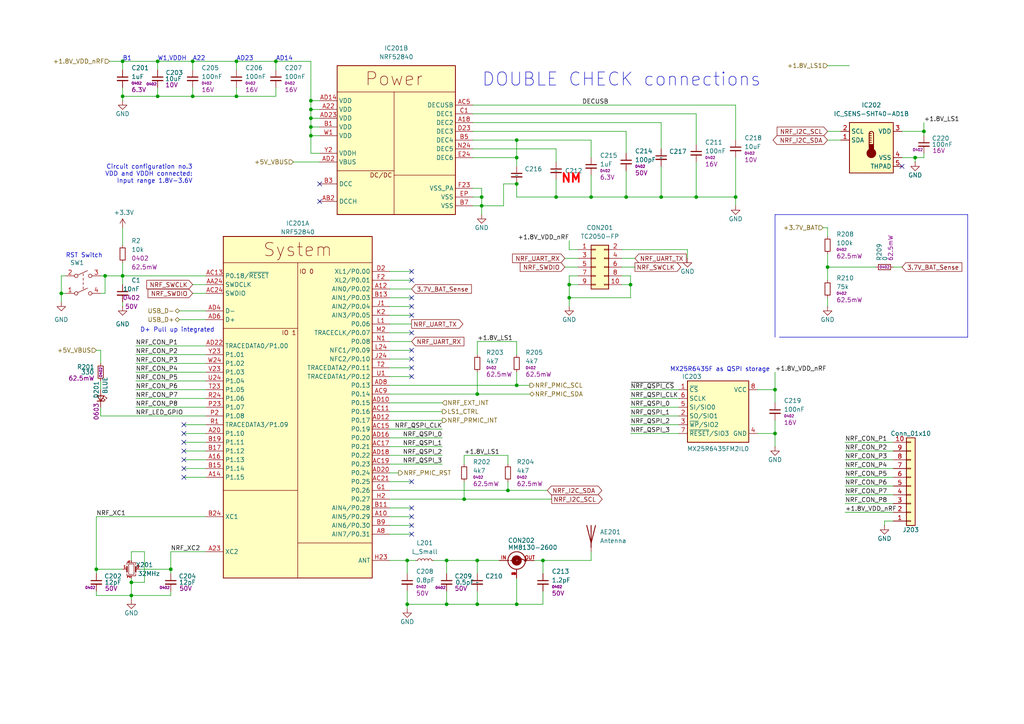
<source format=kicad_sch>
(kicad_sch (version 20231120) (generator "eeschema") (generator_version "8.0")
  (paper "A4")
  (junction (at 35.56 17.78))
  (junction (at 161.29 57.15))
  (junction (at 27.94 165.1))
  (junction (at 35.56 27.94))
  (junction (at 213.36 57.15))
  (junction (at 90.17 31.75))
  (junction (at 90.17 29.21))
  (junction (at 171.45 57.15))
  (junction (at 265.43 45.72))
  (junction (at 139.7 57.15))
  (junction (at 68.58 17.78))
  (junction (at 138.43 162.56))
  (junction (at 147.32 142.24))
  (junction (at 224.79 113.03))
  (junction (at 90.17 34.29))
  (junction (at 129.54 162.56))
  (junction (at 55.88 17.78))
  (junction (at 45.72 17.78))
  (junction (at 38.1 172.72))
  (junction (at 165.1 86.36))
  (junction (at 267.97 38.1))
  (junction (at 118.11 162.56))
  (junction (at 55.88 27.94))
  (junction (at 90.17 36.83))
  (junction (at 68.58 27.94))
  (junction (at 181.61 57.15))
  (junction (at 129.54 175.26))
  (junction (at 90.17 39.37))
  (junction (at 157.48 162.56))
  (junction (at 30.48 80.01))
  (junction (at 149.86 40.64))
  (junction (at 17.78 85.09))
  (junction (at 201.93 57.15))
  (junction (at 118.11 175.26))
  (junction (at 80.01 17.78))
  (junction (at 49.53 165.1))
  (junction (at 138.43 114.3))
  (junction (at 224.79 125.73))
  (junction (at 38.1 168.91))
  (junction (at 139.7 59.69))
  (junction (at 149.86 111.76))
  (junction (at 149.86 53.34))
  (junction (at 149.86 175.26))
  (junction (at 138.43 175.26))
  (junction (at 191.77 57.15))
  (junction (at 134.62 144.78))
  (junction (at 35.56 80.01))
  (junction (at 165.1 82.55))
  (junction (at 149.86 45.72))
  (junction (at 45.72 27.94))
  (junction (at 240.03 77.47))
  (junction (at 182.88 82.55))
  (no_connect (at 119.38 81.28))
  (no_connect (at 261.62 48.26))
  (no_connect (at 119.38 101.6))
  (no_connect (at 53.34 138.43))
  (no_connect (at 119.38 96.52))
  (no_connect (at 119.38 106.68))
  (no_connect (at 119.38 104.14))
  (no_connect (at 119.38 139.7))
  (no_connect (at 53.34 125.73))
  (no_connect (at 119.38 78.74))
  (no_connect (at 119.38 149.86))
  (no_connect (at 53.34 133.35))
  (no_connect (at 119.38 91.44))
  (no_connect (at 92.71 58.42))
  (no_connect (at 119.38 152.4))
  (no_connect (at 119.38 88.9))
  (no_connect (at 53.34 123.19))
  (no_connect (at 53.34 128.27))
  (no_connect (at 119.38 147.32))
  (no_connect (at 53.34 135.89))
  (no_connect (at 53.34 130.81))
  (no_connect (at 119.38 109.22))
  (no_connect (at 119.38 154.94))
  (no_connect (at 119.38 86.36))
  (no_connect (at 92.71 53.34))
  (wire (pts (xy 85.09 46.99) (xy 92.71 46.99)))
  (wire (pts (xy 49.53 160.02) (xy 49.53 165.1)))
  (wire (pts (xy 213.36 57.15) (xy 213.36 59.69)))
  (wire (pts (xy 238.76 66.04) (xy 240.03 66.04)))
  (wire (pts (xy 201.93 57.15) (xy 201.93 46.99)))
  (wire (pts (xy 90.17 36.83) (xy 90.17 39.37)))
  (wire (pts (xy 240.03 77.47) (xy 254 77.47)))
  (polyline (pts (xy 224.79 62.23) (xy 224.79 97.79)))
  (wire (pts (xy 171.45 57.15) (xy 171.45 50.8)))
  (wire (pts (xy 165.1 69.85) (xy 165.1 72.39)))
  (wire (pts (xy 119.38 99.06) (xy 113.03 99.06)))
  (wire (pts (xy 265.43 46.99) (xy 265.43 45.72)))
  (wire (pts (xy 259.08 77.47) (xy 261.62 77.47)))
  (wire (pts (xy 149.86 111.76) (xy 153.67 111.76)))
  (wire (pts (xy 184.15 77.47) (xy 180.34 77.47)))
  (wire (pts (xy 167.64 80.01) (xy 165.1 80.01)))
  (wire (pts (xy 161.29 57.15) (xy 171.45 57.15)))
  (wire (pts (xy 259.08 128.27) (xy 245.11 128.27)))
  (wire (pts (xy 53.34 135.89) (xy 59.69 135.89)))
  (wire (pts (xy 267.97 44.45) (xy 267.97 45.72)))
  (wire (pts (xy 181.61 57.15) (xy 181.61 49.53)))
  (wire (pts (xy 240.03 73.66) (xy 240.03 77.47)))
  (wire (pts (xy 259.08 130.81) (xy 245.11 130.81)))
  (wire (pts (xy 259.08 146.05) (xy 245.11 146.05)))
  (wire (pts (xy 90.17 36.83) (xy 92.71 36.83)))
  (wire (pts (xy 138.43 99.06) (xy 149.86 99.06)))
  (wire (pts (xy 113.03 144.78) (xy 134.62 144.78)))
  (wire (pts (xy 113.03 127) (xy 128.27 127)))
  (wire (pts (xy 259.08 138.43) (xy 245.11 138.43)))
  (wire (pts (xy 137.16 33.02) (xy 201.93 33.02)))
  (wire (pts (xy 45.72 20.32) (xy 45.72 17.78)))
  (wire (pts (xy 182.88 115.57) (xy 196.85 115.57)))
  (wire (pts (xy 161.29 57.15) (xy 161.29 52.07)))
  (wire (pts (xy 17.78 87.63) (xy 17.78 85.09)))
  (wire (pts (xy 129.54 162.56) (xy 125.73 162.56)))
  (wire (pts (xy 68.58 25.4) (xy 68.58 27.94)))
  (wire (pts (xy 184.15 74.93) (xy 180.34 74.93)))
  (wire (pts (xy 149.86 45.72) (xy 149.86 48.26)))
  (wire (pts (xy 154.94 162.56) (xy 157.48 162.56)))
  (wire (pts (xy 53.34 125.73) (xy 59.69 125.73)))
  (wire (pts (xy 113.03 132.08) (xy 128.27 132.08)))
  (wire (pts (xy 80.01 17.78) (xy 90.17 17.78)))
  (wire (pts (xy 129.54 175.26) (xy 138.43 175.26)))
  (wire (pts (xy 55.88 17.78) (xy 55.88 20.32)))
  (wire (pts (xy 134.62 132.08) (xy 147.32 132.08)))
  (wire (pts (xy 199.39 72.39) (xy 199.39 74.93)))
  (wire (pts (xy 38.1 162.56) (xy 38.1 160.02)))
  (wire (pts (xy 240.03 38.1) (xy 243.84 38.1)))
  (wire (pts (xy 259.08 135.89) (xy 245.11 135.89)))
  (wire (pts (xy 30.48 85.09) (xy 29.21 85.09)))
  (wire (pts (xy 240.03 77.47) (xy 240.03 81.28)))
  (wire (pts (xy 182.88 80.01) (xy 182.88 82.55)))
  (wire (pts (xy 35.56 80.01) (xy 35.56 82.55)))
  (wire (pts (xy 40.64 165.1) (xy 49.53 165.1)))
  (wire (pts (xy 256.54 151.13) (xy 259.08 151.13)))
  (wire (pts (xy 191.77 57.15) (xy 191.77 48.26)))
  (wire (pts (xy 182.88 86.36) (xy 182.88 82.55)))
  (wire (pts (xy 115.57 137.16) (xy 113.03 137.16)))
  (wire (pts (xy 240.03 19.05) (xy 246.38 19.05)))
  (wire (pts (xy 137.16 30.48) (xy 213.36 30.48)))
  (wire (pts (xy 138.43 99.06) (xy 138.43 102.87)))
  (wire (pts (xy 68.58 27.94) (xy 80.01 27.94)))
  (wire (pts (xy 35.56 17.78) (xy 45.72 17.78)))
  (wire (pts (xy 39.37 100.33) (xy 59.69 100.33)))
  (wire (pts (xy 113.03 129.54) (xy 128.27 129.54)))
  (wire (pts (xy 38.1 160.02) (xy 41.91 160.02)))
  (wire (pts (xy 191.77 57.15) (xy 181.61 57.15)))
  (wire (pts (xy 138.43 114.3) (xy 153.67 114.3)))
  (wire (pts (xy 59.69 92.71) (xy 52.07 92.71)))
  (wire (pts (xy 29.21 80.01) (xy 30.48 80.01)))
  (wire (pts (xy 17.78 80.01) (xy 17.78 85.09)))
  (wire (pts (xy 120.65 162.56) (xy 118.11 162.56)))
  (wire (pts (xy 137.16 40.64) (xy 149.86 40.64)))
  (wire (pts (xy 53.34 128.27) (xy 59.69 128.27)))
  (wire (pts (xy 149.86 57.15) (xy 149.86 53.34)))
  (wire (pts (xy 119.38 147.32) (xy 113.03 147.32)))
  (wire (pts (xy 165.1 86.36) (xy 165.1 88.9)))
  (wire (pts (xy 27.94 149.86) (xy 59.69 149.86)))
  (wire (pts (xy 171.45 40.64) (xy 171.45 45.72)))
  (wire (pts (xy 157.48 162.56) (xy 157.48 166.37)))
  (wire (pts (xy 267.97 38.1) (xy 261.62 38.1)))
  (wire (pts (xy 138.43 162.56) (xy 129.54 162.56)))
  (wire (pts (xy 31.75 17.78) (xy 35.56 17.78)))
  (wire (pts (xy 265.43 45.72) (xy 261.62 45.72)))
  (wire (pts (xy 149.86 107.95) (xy 149.86 111.76)))
  (polyline (pts (xy 280.67 97.79) (xy 280.67 62.23)))
  (wire (pts (xy 138.43 171.45) (xy 138.43 175.26)))
  (wire (pts (xy 27.94 149.86) (xy 27.94 165.1)))
  (wire (pts (xy 45.72 17.78) (xy 55.88 17.78)))
  (wire (pts (xy 165.1 82.55) (xy 165.1 86.36)))
  (wire (pts (xy 30.48 80.01) (xy 35.56 80.01)))
  (wire (pts (xy 157.48 162.56) (xy 171.45 162.56)))
  (wire (pts (xy 219.71 113.03) (xy 224.79 113.03)))
  (wire (pts (xy 165.1 82.55) (xy 167.64 82.55)))
  (wire (pts (xy 119.38 88.9) (xy 113.03 88.9)))
  (wire (pts (xy 147.32 132.08) (xy 147.32 134.62)))
  (wire (pts (xy 129.54 175.26) (xy 118.11 175.26)))
  (wire (pts (xy 240.03 40.64) (xy 243.84 40.64)))
  (wire (pts (xy 259.08 133.35) (xy 245.11 133.35)))
  (wire (pts (xy 180.34 72.39) (xy 199.39 72.39)))
  (wire (pts (xy 29.21 118.11) (xy 29.21 120.65)))
  (wire (pts (xy 29.21 101.6) (xy 29.21 105.41)))
  (wire (pts (xy 147.32 139.7) (xy 147.32 142.24)))
  (wire (pts (xy 224.79 125.73) (xy 224.79 129.54)))
  (wire (pts (xy 149.86 99.06) (xy 149.86 102.87)))
  (wire (pts (xy 139.7 57.15) (xy 139.7 59.69)))
  (wire (pts (xy 144.78 162.56) (xy 138.43 162.56)))
  (wire (pts (xy 139.7 57.15) (xy 137.16 57.15)))
  (wire (pts (xy 119.38 149.86) (xy 113.03 149.86)))
  (wire (pts (xy 45.72 27.94) (xy 45.72 25.4)))
  (wire (pts (xy 29.21 110.49) (xy 29.21 113.03)))
  (wire (pts (xy 90.17 34.29) (xy 92.71 34.29)))
  (wire (pts (xy 113.03 116.84) (xy 128.27 116.84)))
  (wire (pts (xy 149.86 175.26) (xy 138.43 175.26)))
  (wire (pts (xy 137.16 35.56) (xy 191.77 35.56)))
  (wire (pts (xy 55.88 27.94) (xy 68.58 27.94)))
  (wire (pts (xy 30.48 80.01) (xy 30.48 85.09)))
  (wire (pts (xy 165.1 80.01) (xy 165.1 82.55)))
  (wire (pts (xy 267.97 35.56) (xy 267.97 38.1)))
  (wire (pts (xy 259.08 140.97) (xy 245.11 140.97)))
  (wire (pts (xy 139.7 54.61) (xy 139.7 57.15)))
  (wire (pts (xy 139.7 59.69) (xy 139.7 62.23)))
  (wire (pts (xy 29.21 120.65) (xy 59.69 120.65)))
  (wire (pts (xy 119.38 101.6) (xy 113.03 101.6)))
  (wire (pts (xy 191.77 35.56) (xy 191.77 43.18)))
  (wire (pts (xy 55.88 17.78) (xy 68.58 17.78)))
  (wire (pts (xy 39.37 113.03) (xy 59.69 113.03)))
  (wire (pts (xy 90.17 34.29) (xy 90.17 36.83)))
  (wire (pts (xy 119.38 104.14) (xy 113.03 104.14)))
  (wire (pts (xy 35.56 27.94) (xy 45.72 27.94)))
  (wire (pts (xy 213.36 30.48) (xy 213.36 40.64)))
  (wire (pts (xy 53.34 130.81) (xy 59.69 130.81)))
  (wire (pts (xy 59.69 90.17) (xy 52.07 90.17)))
  (wire (pts (xy 55.88 85.09) (xy 59.69 85.09)))
  (wire (pts (xy 119.38 78.74) (xy 113.03 78.74)))
  (wire (pts (xy 129.54 166.37) (xy 129.54 162.56)))
  (wire (pts (xy 224.79 113.03) (xy 224.79 116.84)))
  (wire (pts (xy 119.38 83.82) (xy 113.03 83.82)))
  (wire (pts (xy 35.56 27.94) (xy 35.56 29.21)))
  (wire (pts (xy 171.45 160.02) (xy 171.45 162.56)))
  (wire (pts (xy 80.01 25.4) (xy 80.01 27.94)))
  (wire (pts (xy 49.53 160.02) (xy 59.69 160.02)))
  (wire (pts (xy 267.97 45.72) (xy 265.43 45.72)))
  (wire (pts (xy 80.01 17.78) (xy 80.01 20.32)))
  (wire (pts (xy 134.62 134.62) (xy 134.62 132.08)))
  (wire (pts (xy 119.38 154.94) (xy 113.03 154.94)))
  (wire (pts (xy 149.86 167.64) (xy 149.86 175.26)))
  (wire (pts (xy 17.78 85.09) (xy 19.05 85.09)))
  (wire (pts (xy 163.83 74.93) (xy 167.64 74.93)))
  (wire (pts (xy 27.94 172.72) (xy 38.1 172.72)))
  (wire (pts (xy 27.94 166.37) (xy 27.94 165.1)))
  (wire (pts (xy 35.56 87.63) (xy 35.56 88.9)))
  (wire (pts (xy 181.61 38.1) (xy 181.61 44.45)))
  (wire (pts (xy 113.03 111.76) (xy 149.86 111.76)))
  (wire (pts (xy 213.36 57.15) (xy 201.93 57.15)))
  (wire (pts (xy 240.03 86.36) (xy 240.03 88.9)))
  (wire (pts (xy 137.16 43.18) (xy 161.29 43.18)))
  (wire (pts (xy 163.83 77.47) (xy 167.64 77.47)))
  (wire (pts (xy 39.37 107.95) (xy 59.69 107.95)))
  (wire (pts (xy 119.38 106.68) (xy 113.03 106.68)))
  (wire (pts (xy 90.17 31.75) (xy 90.17 34.29)))
  (wire (pts (xy 149.86 57.15) (xy 161.29 57.15)))
  (wire (pts (xy 147.32 142.24) (xy 158.75 142.24)))
  (wire (pts (xy 53.34 123.19) (xy 59.69 123.19)))
  (wire (pts (xy 90.17 17.78) (xy 90.17 29.21)))
  (wire (pts (xy 41.91 168.91) (xy 38.1 168.91)))
  (wire (pts (xy 119.38 81.28) (xy 113.03 81.28)))
  (wire (pts (xy 49.53 165.1) (xy 49.53 166.37)))
  (wire (pts (xy 134.62 144.78) (xy 134.62 139.7)))
  (wire (pts (xy 118.11 176.53) (xy 118.11 175.26)))
  (wire (pts (xy 224.79 121.92) (xy 224.79 125.73)))
  (wire (pts (xy 267.97 38.1) (xy 267.97 39.37)))
  (polyline (pts (xy 224.79 62.23) (xy 280.67 62.23)))
  (wire (pts (xy 201.93 57.15) (xy 191.77 57.15)))
  (wire (pts (xy 38.1 168.91) (xy 38.1 167.64)))
  (wire (pts (xy 68.58 17.78) (xy 68.58 20.32)))
  (wire (pts (xy 119.38 96.52) (xy 113.03 96.52)))
  (wire (pts (xy 219.71 125.73) (xy 224.79 125.73)))
  (wire (pts (xy 180.34 80.01) (xy 182.88 80.01)))
  (wire (pts (xy 35.56 17.78) (xy 35.56 20.32)))
  (wire (pts (xy 118.11 162.56) (xy 113.03 162.56)))
  (wire (pts (xy 27.94 171.45) (xy 27.94 172.72)))
  (wire (pts (xy 55.88 82.55) (xy 59.69 82.55)))
  (wire (pts (xy 138.43 114.3) (xy 138.43 107.95)))
  (wire (pts (xy 213.36 45.72) (xy 213.36 57.15)))
  (wire (pts (xy 118.11 171.45) (xy 118.11 175.26)))
  (wire (pts (xy 118.11 166.37) (xy 118.11 162.56)))
  (wire (pts (xy 119.38 86.36) (xy 113.03 86.36)))
  (wire (pts (xy 38.1 172.72) (xy 38.1 168.91)))
  (wire (pts (xy 39.37 105.41) (xy 59.69 105.41)))
  (wire (pts (xy 161.29 43.18) (xy 161.29 46.99)))
  (wire (pts (xy 224.79 107.95) (xy 224.79 113.03)))
  (wire (pts (xy 171.45 57.15) (xy 181.61 57.15)))
  (wire (pts (xy 182.88 120.65) (xy 196.85 120.65)))
  (wire (pts (xy 49.53 172.72) (xy 49.53 171.45)))
  (wire (pts (xy 146.05 59.69) (xy 146.05 53.34)))
  (wire (pts (xy 182.88 123.19) (xy 196.85 123.19)))
  (wire (pts (xy 39.37 115.57) (xy 59.69 115.57)))
  (wire (pts (xy 138.43 166.37) (xy 138.43 162.56)))
  (wire (pts (xy 165.1 86.36) (xy 182.88 86.36)))
  (wire (pts (xy 90.17 39.37) (xy 92.71 39.37)))
  (wire (pts (xy 256.54 152.4) (xy 256.54 151.13)))
  (wire (pts (xy 38.1 173.99) (xy 38.1 172.72)))
  (wire (pts (xy 134.62 144.78) (xy 160.02 144.78)))
  (wire (pts (xy 113.03 134.62) (xy 128.27 134.62)))
  (wire (pts (xy 149.86 40.64) (xy 171.45 40.64)))
  (wire (pts (xy 137.16 45.72) (xy 149.86 45.72)))
  (wire (pts (xy 128.27 121.92) (xy 113.03 121.92)))
  (wire (pts (xy 53.34 133.35) (xy 59.69 133.35)))
  (wire (pts (xy 119.38 139.7) (xy 113.03 139.7)))
  (wire (pts (xy 35.56 25.4) (xy 35.56 27.94)))
  (wire (pts (xy 38.1 172.72) (xy 49.53 172.72)))
  (wire (pts (xy 19.05 80.01) (xy 17.78 80.01)))
  (wire (pts (xy 149.86 175.26) (xy 157.48 175.26)))
  (wire (pts (xy 167.64 72.39) (xy 165.1 72.39)))
  (wire (pts (xy 68.58 17.78) (xy 80.01 17.78)))
  (wire (pts (xy 113.03 114.3) (xy 138.43 114.3)))
  (wire (pts (xy 139.7 54.61) (xy 137.16 54.61)))
  (wire (pts (xy 157.48 171.45) (xy 157.48 175.26)))
  (wire (pts (xy 129.54 171.45) (xy 129.54 175.26)))
  (wire (pts (xy 39.37 102.87) (xy 59.69 102.87)))
  (wire (pts (xy 201.93 33.02) (xy 201.93 41.91)))
  (wire (pts (xy 35.56 80.01) (xy 59.69 80.01)))
  (wire (pts (xy 139.7 59.69) (xy 146.05 59.69)))
  (wire (pts (xy 39.37 110.49) (xy 59.69 110.49)))
  (polyline (pts (xy 226.06 97.79) (xy 280.67 97.79)))
  (wire (pts (xy 55.88 25.4) (xy 55.88 27.94)))
  (wire (pts (xy 92.71 44.45) (xy 90.17 44.45)))
  (wire (pts (xy 182.88 113.03) (xy 196.85 113.03)))
  (wire (pts (xy 27.94 165.1) (xy 35.56 165.1)))
  (wire (pts (xy 113.03 142.24) (xy 147.32 142.24)))
  (wire (pts (xy 180.34 82.55) (xy 182.88 82.55)))
  (wire (pts (xy 90.17 29.21) (xy 90.17 31.75)))
  (wire (pts (xy 35.56 80.01) (xy 35.56 76.2)))
  (wire (pts (xy 146.05 53.34) (xy 149.86 53.34)))
  (wire (pts (xy 240.03 66.04) (xy 240.03 68.58)))
  (wire (pts (xy 90.17 29.21) (xy 92.71 29.21)))
  (wire (pts (xy 53.34 138.43) (xy 59.69 138.43)))
  (wire (pts (xy 128.27 124.46) (xy 113.03 124.46)))
  (wire (pts (xy 41.91 160.02) (xy 41.91 168.91)))
  (wire (pts (xy 39.37 118.11) (xy 59.69 118.11)))
  (wire (pts (xy 182.88 118.11) (xy 196.85 118.11)))
  (wire (pts (xy 137.16 38.1) (xy 181.61 38.1)))
  (wire (pts (xy 35.56 66.04) (xy 35.56 71.12)))
  (wire (pts (xy 245.11 148.59) (xy 259.08 148.59)))
  (wire (pts (xy 259.08 143.51) (xy 245.11 143.51)))
  (wire (pts (xy 119.38 152.4) (xy 113.03 152.4)))
  (wire (pts (xy 119.38 93.98) (xy 113.03 93.98)))
  (wire (pts (xy 113.03 119.38) (xy 128.27 119.38)))
  (wire (pts (xy 119.38 91.44) (xy 113.03 91.44)))
  (wire (pts (xy 119.38 109.22) (xy 113.03 109.22)))
  (wire (pts (xy 182.88 125.73) (xy 196.85 125.73)))
  (wire (pts (xy 27.94 101.6) (xy 29.21 101.6)))
  (wire (pts (xy 90.17 31.75) (xy 92.71 31.75)))
  (wire (pts (xy 45.72 27.94) (xy 55.88 27.94)))
  (wire (pts (xy 149.86 40.64) (xy 149.86 45.72)))
  (wire (pts (xy 137.16 59.69) (xy 139.7 59.69)))
  (wire (pts (xy 90.17 44.45) (xy 90.17 39.37)))
  (text "RST Switch" (at 19.05 74.93 0) (effects (font (size 1.27 1.27)) (justify left bottom)))
  (text "NM" (at 162.56 53.34 0) (effects (font (size 2.54 2.54) (thickness 0.508) (bold yes)) (justify left bottom)))
  (text "AD23" (at 68.58 17.78 0) (effects (font (size 1.27 1.27)) (justify left bottom)))
  (text "Circuit configuration no.3\nVDD and VDDH connected:\nInput range 1.8V-3.6V" (at 55.88 53.34 0) (effects (font (size 1.27 1.27)) (justify right bottom)))
  (text "DOUBLE CHECK connections" (at 139.7 25.4 0) (effects (font (size 3.81 3.81)) (justify left bottom)))
  (text "A22" (at 55.88 17.78 0) (effects (font (size 1.27 1.27)) (justify left bottom)))
  (text "AD14" (at 80.01 17.78 0) (effects (font (size 1.27 1.27)) (justify left bottom)))
  (text "W1,VDDH" (at 45.72 17.78 0) (effects (font (size 1.27 1.27)) (justify left bottom)))
  (text "B1" (at 35.56 17.78 0) (effects (font (size 1.27 1.27)) (justify left bottom)))
  (text "MX25R6435F as QSPI storage\n" (at 194.31 107.95 0) (effects (font (size 1.27 1.27)) (justify left bottom)))
  (text "D+ Pull up integrated" (at 40.64 96.52 0) (effects (font (size 1.27 1.27)) (justify left bottom)))
  (label "NRF_QSPI_1" (at 128.27 129.54 180))
  (label "NRF_CON_P2" (at 39.37 102.87 0))
  (label "NRF_CON_P5" (at 39.37 110.49 0))
  (label "NRF_QSPI_3" (at 182.88 125.73 0))
  (label "+1.8V_LS1" (at 134.62 132.08 0))
  (label "+1.8V_VDD_nRF" (at 245.11 148.59 0))
  (label "+1.8V_LS1" (at 138.43 99.06 0))
  (label "NRF_CON_P4" (at 245.11 135.89 0))
  (label "NRF_LED_GPIO" (at 39.37 120.65 0))
  (label "+1.8V_LS1" (at 267.97 35.56 0))
  (label "NRF_XC2" (at 49.53 160.02 0))
  (label "NRF_CON_P8" (at 245.11 146.05 0))
  (label "NRF_CON_P7" (at 39.37 115.57 0))
  (label "NRF_QSPI_2" (at 128.27 132.08 180))
  (label "NRF_CON_P7" (at 245.11 143.51 0))
  (label "NRF_QSPI_CLK" (at 128.27 124.46 180))
  (label "NRF_CON_P2" (at 245.11 130.81 0))
  (label "NRF_CON_P6" (at 39.37 113.03 0))
  (label "NRF_QSPI_CLK" (at 182.88 115.57 0))
  (label "NRF_QSPI_2" (at 182.88 123.19 0))
  (label "NRF_CON_P8" (at 39.37 118.11 0))
  (label "NRF_CON_P1" (at 39.37 100.33 0))
  (label "NRF_QSPI_3" (at 128.27 134.62 180))
  (label "~{NRF_QSPI_CS}" (at 182.88 113.03 0))
  (label "NRF_CON_P4" (at 39.37 107.95 0))
  (label "+1.8V_VDD_nRF" (at 165.1 69.85 180))
  (label "NRF_CON_P1" (at 245.11 128.27 0))
  (label "NRF_CON_P6" (at 245.11 140.97 0))
  (label "+1.8V_VDD_nRF" (at 224.79 107.95 0))
  (label "NRF_XC1" (at 27.94 149.86 0))
  (label "NRF_CON_P3" (at 245.11 133.35 0))
  (label "NRF_QSPI_0" (at 182.88 118.11 0))
  (label "DECUSB" (at 176.53 30.48 180))
  (label "NRF_CON_P3" (at 39.37 105.41 0))
  (label "NRF_QSPI_1" (at 182.88 120.65 0))
  (label "NRF_CON_P5" (at 245.11 138.43 0))
  (label "NRF_QSPI_0" (at 128.27 127 180))
  (global_label "NRF_UART_TX" (shape output) (at 119.38 93.98 0) (property "Intersheetrefs" "${INTERSHEET_REFS}" (effects (hide yes))))
  (global_label "NRF_SWCLK" (shape input) (at 55.88 82.55 180) (property "Intersheetrefs" "${INTERSHEET_REFS}" (effects (hide yes))))
  (global_label "NRF_I2C_SCL" (shape output) (at 160.02 144.78 0) (property "Intersheetrefs" "${INTERSHEET_REFS}" (effects (hide yes))))
  (global_label "NRF_UART_RX" (shape input) (at 163.83 74.93 180) (property "Intersheetrefs" "${INTERSHEET_REFS}" (effects (hide yes))))
  (global_label "NRF_SWDIO" (shape input) (at 163.83 77.47 180) (property "Intersheetrefs" "${INTERSHEET_REFS}" (effects (hide yes))))
  (global_label "3.7V_BAT_Sense" (shape input) (at 261.62 77.47 0) (property "Intersheetrefs" "${INTERSHEET_REFS}" (effects (hide yes))))
  (global_label "NRF_UART_RX" (shape input) (at 119.38 99.06 0) (property "Intersheetrefs" "${INTERSHEET_REFS}" (effects (hide yes))))
  (global_label "NRF_SWDIO" (shape input) (at 55.88 85.09 180) (property "Intersheetrefs" "${INTERSHEET_REFS}" (effects (hide yes))))
  (global_label "NRF_SWCLK" (shape output) (at 184.15 77.47 0) (property "Intersheetrefs" "${INTERSHEET_REFS}" (effects (hide yes))))
  (global_label "NRF_I2C_SCL" (shape input) (at 240.03 38.1 180) (property "Intersheetrefs" "${INTERSHEET_REFS}" (effects (hide yes))))
  (global_label "NRF_UART_TX" (shape input) (at 184.15 74.93 0) (property "Intersheetrefs" "${INTERSHEET_REFS}" (effects (hide yes))))
  (global_label "NRF_I2C_SDA" (shape bidirectional) (at 158.75 142.24 0) (property "Intersheetrefs" "${INTERSHEET_REFS}" (effects (hide yes))))
  (global_label "NRF_I2C_SDA" (shape bidirectional) (at 240.03 40.64 180) (property "Intersheetrefs" "${INTERSHEET_REFS}" (effects (hide yes))))
  (global_label "3.7V_BAT_Sense" (shape input) (at 119.38 83.82 0) (property "Intersheetrefs" "${INTERSHEET_REFS}" (effects (hide yes))))
  (hierarchical_label "USB_D+" (shape bidirectional) (at 52.07 92.71 180))
  (hierarchical_label "USB_D-" (shape bidirectional) (at 52.07 90.17 180))
  (hierarchical_label "NRF_PMIC_RST" (shape output) (at 115.57 137.16 0))
  (hierarchical_label "NRF_PMIC_SCL" (shape output) (at 153.67 111.76 0))
  (hierarchical_label "+1.8V_LS1" (shape input) (at 240.03 19.05 180))
  (hierarchical_label "NRF_PMIC_SDA" (shape bidirectional) (at 153.67 114.3 0))
  (hierarchical_label "NRF_PRMIC_INT" (shape output) (at 128.27 121.92 0))
  (hierarchical_label "+5V_VBUS" (shape input) (at 27.94 101.6 180))
  (hierarchical_label "LS1_CTRL" (shape output) (at 128.27 119.38 0))
  (hierarchical_label "+1.8V_VDD_nRF" (shape input) (at 31.75 17.78 180))
  (hierarchical_label "+3.7V_BAT" (shape input) (at 238.76 66.04 180))
  (hierarchical_label "NRF_EXT_INT" (shape input) (at 128.27 116.84 0))
  (hierarchical_label "+5V_VBUS" (shape input) (at 85.09 46.99 180))
  (symbol (lib_id "IC_SENS:IC_SENS-SHT40-AD1B") (at 252.73 35.56 0) (unit 1)
    (property "Reference" "IC202" (at 252.73 30.48 0))
    (property "Value" "IC_SENS-SHT40-AD1B" (at 252.73 33.02 0))
    (property "Footprint" "Sensor_Humidity:Sensirion_DFN-4_1.5x1.5mm_P0.8mm_SHT4x_NoCentralPad" (effects (hide yes)))
    (property "Datasheet" "${KICAD_DATASHEET}/Sensirion_SHT4x-3003109.pdf" (effects (hide yes)))
  )
  (symbol (lib_id "CAP:C-100pF-0402-50V-62.5mW-1%") (at 181.61 46.99 0) (unit 1)
    (property "Reference" "C214" (at 184.15 43.8212 0) (effects (justify left)))
    (property "Value" "100pF" (at 184.15 46.3612 0) (effects (justify left)))
    (property "Footprint" "Capacitor_SMD:C_0402_1005Metric" (effects (hide yes)))
    (property "Datasheet" "${KICAD_DATASHEET}/MLCC_FH-Guangdong-Fenghua.pdf" (effects (hide yes)))
    (property "Size" "0402" (at 184.15 48.2663 0) (effects (font (size 0.762 0.762)) (justify left)))
    (property "Voltage" "50V" (at 184.15 50.1712 0) (effects (justify left)))
    (property "LCSC Part #" "C1546" (effects (hide yes)))
  )
  (symbol (lib_id "Device:L_Small") (at 123.19 162.56 270) (mirror x) (unit 1)
    (property "Reference" "L201" (at 123.19 157.48 90))
    (property "Value" "L_Small" (at 123.19 160.02 90))
    (property "Description" "Inductor, small symbol" (effects (hide yes)))
    (instances (project "Sensor_Nodes" (path "" (reference "L201") (unit 1))) (project "MCU" (path "" (reference "L?") (unit 1))))
  )
  (symbol (lib_id "CAP:C-100nF-0402-16V-X7R-10%") (at 55.88 22.86 0) (unit 1)
    (property "Reference" "C205" (at 58.42 19.6912 0) (effects (justify left)))
    (property "Value" "100nF" (at 58.42 22.2312 0) (effects (justify left)))
    (property "Footprint" "Capacitor_SMD:C_0402_1005Metric" (effects (hide yes)))
    (property "Datasheet" "${KICAD_DATASHEET}/MLCC_Samsung-Electro-Mechanics.pdf" (effects (hide yes)))
    (property "Size" "0402" (at 58.42 24.1363 0) (effects (font (size 0.762 0.762)) (justify left)))
    (property "Voltage" "16V" (at 58.42 26.0412 0) (effects (justify left)))
    (property "LCSC Part #" "C1525" (effects (hide yes)))
  )
  (symbol (lib_id "Device:Antenna") (at 171.45 154.94 0) (mirror y) (unit 1)
    (property "Reference" "AE201" (at 173.99 154.3049 0) (effects (justify right)))
    (property "Value" "Antenna" (at 173.99 156.8449 0) (effects (justify right)))
    (property "Description" "Antenna" (effects (hide yes)))
  )
  (symbol (lib_id "power:GND") (at 256.54 152.4 0) (unit 1)
    (property "Reference" "#PWR208" (effects (hide yes)))
    (property "Value" "GND" (at 256.54 156.21 0))
    (property "Description" "Power symbol creates a global label with name \"GND\" , ground" (effects (hide yes)))
  )
  (symbol (lib_id "CAP:C_small") (at 161.29 49.53 0) (mirror y) (unit 1)
    (property "Reference" "C212" (at 163.83 49.5362 0) (effects (justify right)))
    (property "Value" "~" (at 161.29 49.53 0))
    (instances (project "Sensor_Nodes" (path "" (reference "C212") (unit 1))) (project "MCU" (path "" (reference "C?") (unit 1))))
  )
  (symbol (lib_id "SW:SW-GEN-TS-1187A") (at 24.13 80.01 0) (unit 1)
    (property "Reference" "SW1" (at 20.32 76.2 0) (effects (justify left)))
    (property "Value" "SW-GEN-TS-1187A" (effects (hide yes)))
    (property "Footprint" "SW:SW-PUSH-DPST-XKS-TS-1187A" (effects (hide yes)))
    (property "Datasheet" "${KICAD_DATASHEET}/SW_XKB-Connectivity-TS-1187A-B-A-B.pdf" (effects (hide yes)))
    (property "LCSC Part #" "C318884" (effects (hide yes)))
  )
  (symbol (lib_id "power:+5V") (at 35.56 66.04 0) (unit 1)
    (property "Reference" "#PWR03" (effects (hide yes)))
    (property "Value" "+3.3V" (at 35.941 61.6458 0))
    (property "Description" "Power symbol creates a global label with name \"+5V\"" (effects (hide yes)))
  )
  (symbol (lib_id "power:GND") (at 224.79 129.54 0) (unit 1)
    (property "Reference" "#PWR210" (effects (hide yes)))
    (property "Value" "GND" (at 224.79 133.35 0))
    (property "Description" "Power symbol creates a global label with name \"GND\" , ground" (effects (hide yes)))
  )
  (symbol (lib_id "CON:CON-COAX-MM8130-2600") (at 149.86 162.56 0) (unit 1)
    (property "Reference" "CON202" (at 147.32 157.48 0) (effects (justify left bottom)))
    (property "Value" "MM8130-2600" (at 147.32 159.512 0) (effects (justify left bottom)))
    (property "Footprint" "CON:MM8130-2600" (effects (hide yes)))
    (property "Datasheet" "${KICAD_DATASHEET}/Murata-Electronics-MM8130-2600RB8.pdf" (effects (hide yes)))
    (property "LCSC Part #" "C91633" (effects (hide yes)))
  )
  (symbol (lib_id "RES:R-75k-0402-62.5mW-1%") (at 240.03 83.82 0) (unit 1)
    (property "Reference" "R210" (at 242.57 80.6449 0) (effects (justify left)))
    (property "Value" "75k" (at 242.57 83.1849 0) (effects (justify left)))
    (property "Footprint" "Resistor_SMD:R_0402_1005Metric" (effects (hide yes)))
    (property "Datasheet" "${KICAD_DATASHEET}/Resistors_SMD_UNI-ROYAL-Uniroyal-Elec.pdf" (effects (hide yes)))
    (property "Size" "0402" (at 242.57 85.09 0) (effects (font (size 0.762 0.762)) (justify left)))
    (property "Power Rating" "62.5mW" (at 242.57 86.9949 0) (effects (justify left)))
    (property "LCSC Part #" "C25798" (effects (hide yes)))
  )
  (symbol (lib_id "RES:R-4.7k-0402-62.5mW-1%") (at 149.86 105.41 0) (unit 1)
    (property "Reference" "R205" (at 152.4 102.2349 0) (effects (justify left)))
    (property "Value" "4k7" (at 152.4 104.7749 0) (effects (justify left)))
    (property "Footprint" "Resistor_SMD:R_0402_1005Metric" (effects (hide yes)))
    (property "Datasheet" "${KICAD_DATASHEET}/Resistors_SMD_UNI-ROYAL-Uniroyal-Elec.pdf" (effects (hide yes)))
    (property "LCSC Part #" " C25900" (effects (hide yes)))
    (property "Size" "0402" (at 152.4 106.68 0) (effects (font (size 0.762 0.762)) (justify left)))
    (property "Power Rating" "62.5mW" (at 152.4 108.5849 0) (effects (justify left)))
  )
  (symbol (lib_id "CAP:C-0.8pF-0402-62.5mW-1%") (at 118.11 168.91 0) (unit 1)
    (property "Reference" "C208" (at 120.65 165.7412 0) (effects (justify left)))
    (property "Value" "0.8pF" (at 120.65 168.2812 0) (effects (justify left)))
    (property "Footprint" "Capacitor_SMD:C_0402_1005Metric" (effects (hide yes)))
    (property "Datasheet" "${KICAD_DATASHEET}/CAP_YAGEO_General_purpose_class_1_NP0.pdf" (effects (hide yes)))
    (property "Size" "0402" (at 120.65 170.1863 0) (effects (font (size 0.762 0.762)) (justify left)))
    (property "Voltage" "50V" (at 120.65 172.0912 0) (effects (justify left)))
    (property "LCSC Part #" " C327032" (effects (hide yes)))
  )
  (symbol (lib_id "RES:R-4.7k-0402-62.5mW-1%") (at 138.43 105.41 0) (unit 1)
    (property "Reference" "R203" (at 140.97 102.2349 0) (effects (justify left)))
    (property "Value" "4k7" (at 140.97 104.7749 0) (effects (justify left)))
    (property "Footprint" "Resistor_SMD:R_0402_1005Metric" (effects (hide yes)))
    (property "Datasheet" "${KICAD_DATASHEET}/Resistors_SMD_UNI-ROYAL-Uniroyal-Elec.pdf" (effects (hide yes)))
    (property "LCSC Part #" " C25900" (effects (hide yes)))
    (property "Size" "0402" (at 140.97 106.68 0) (effects (font (size 0.762 0.762)) (justify left)))
    (property "Power Rating" "62.5mW" (at 140.97 108.5849 0) (effects (justify left)))
  )
  (symbol (lib_id "power:GND") (at 199.39 74.93 0) (unit 1)
    (property "Reference" "#PWR207" (effects (hide yes)))
    (property "Value" "GND" (at 199.39 78.74 0))
    (property "Description" "Power symbol creates a global label with name \"GND\" , ground" (effects (hide yes)))
  )
  (symbol (lib_id "power:GND") (at 118.11 176.53 0) (mirror y) (unit 1)
    (property "Reference" "#PWR203" (effects (hide yes)))
    (property "Value" "GND" (at 118.11 180.34 0))
    (property "Description" "Power symbol creates a global label with name \"GND\" , ground" (effects (hide yes)))
    (instances (project "Sensor_Nodes" (path "" (reference "#PWR203") (unit 1))) (project "MCU" (path "" (reference "#PWR?") (unit 1))))
  )
  (symbol (lib_id "power:GND") (at 35.56 29.21 0) (unit 1)
    (property "Reference" "#PWR201" (effects (hide yes)))
    (property "Value" "GND" (at 35.56 33.02 0))
    (property "Description" "Power symbol creates a global label with name \"GND\" , ground" (effects (hide yes)))
    (instances (project "Sensor_Nodes" (path "" (reference "#PWR201") (unit 1))) (project "MCU" (path "" (reference "#PWR?") (unit 1))))
  )
  (symbol (lib_id "IC-CPU:NRF52840") (at 86.36 68.58 0) (unit 1)
    (property "Reference" "IC201" (at 86.36 64.77 0))
    (property "Value" "NRF52840" (at 86.36 67.31 0))
    (property "Footprint" "Package_DFN_QFN:Nordic_AQFN-73-1EP_7x7mm_P0.5mm" (effects (hide yes)))
    (property "Datasheet" "${KICAD_DATASHEET}/nRF52840_PS_v1.7.pdf" (effects (hide yes)))
    (property "LCSC Part #" "C190794" (effects (hide yes)))
  )
  (symbol (lib_id "IC-CPU:NRF52840") (at 114.3 19.05 0) (unit 2)
    (property "Reference" "IC201" (at 114.935 13.97 0))
    (property "Value" "NRF52840" (at 114.935 16.51 0))
    (property "Footprint" "Package_DFN_QFN:Nordic_AQFN-73-1EP_7x7mm_P0.5mm" (effects (hide yes)))
    (property "Datasheet" "${KICAD_DATASHEET}/nRF52840_PS_v1.7.pdf" (effects (hide yes)))
    (property "LCSC Part #" "C190794" (effects (hide yes)))
  )
  (symbol (lib_id "power:GND") (at 265.43 46.99 0) (unit 1)
    (property "Reference" "#PWR212" (effects (hide yes)))
    (property "Value" "GND" (at 265.43 50.8 0))
    (property "Description" "Power symbol creates a global label with name \"GND\" , ground" (effects (hide yes)))
  )
  (symbol (lib_id "CAP:C-100nF-0402-16V-X7R-10%") (at 267.97 41.91 0) (unit 1)
    (property "Reference" "C220" (at 270.256 40.132 0) (effects (justify left)))
    (property "Value" "100nF" (at 273.304 41.91 0))
    (property "Footprint" "Capacitor_SMD:C_0402_1005Metric" (effects (hide yes)))
    (property "Datasheet" "${KICAD_DATASHEET}/MLCC_Samsung-Electro-Mechanics.pdf" (effects (hide yes)))
    (property "LCSC Part #" "C1525" (effects (hide yes)))
    (property "Size" "0402" (at 266.192 43.434 0) (effects (font (size 0.762 0.762))))
    (property "Voltage" "16V" (at 272.288 43.688 0))
    (instances (project "Sensor_Nodes" (path "" (reference "C220") (unit 1))) (project "MCU" (path "" (reference "C?") (unit 1))))
  )
  (symbol (lib_id "CAP:C-10uF-0603-10V-X5R-20%") (at 45.72 22.86 0) (unit 1)
    (property "Reference" "C203" (at 48.006 21.082 0) (effects (justify left)))
    (property "Value" "10uF" (at 50.292 22.86 0))
    (property "Footprint" "Capacitor_SMD:C_0603_1608Metric" (effects (hide yes)))
    (property "Datasheet" "${KICAD_DATASHEET}/MLCC_Samsung-Electro-Mechanics.pdf" (effects (hide yes)))
    (property "LCSC Part #" "C96446" (effects (hide yes)))
    (property "Size" "0402" (at 43.942 24.384 0) (effects (font (size 0.762 0.762))))
    (property "Voltage" "10V" (at 49.784 24.638 0))
    (instances (project "Sensor_Nodes" (path "" (reference "C203") (unit 1))) (project "MCU" (path "" (reference "C?") (unit 1))))
  )
  (symbol (lib_id "power:GND") (at 240.03 88.9 0) (unit 1)
    (property "Reference" "#PWR211" (effects (hide yes)))
    (property "Value" "GND" (at 240.03 92.71 0))
    (property "Description" "Power symbol creates a global label with name \"GND\" , ground" (effects (hide yes)))
  )
  (symbol (lib_id "CAP:C_small") (at 191.77 45.72 0) (unit 1)
    (property "Reference" "C217" (at 194.056 43.942 0) (effects (justify left)))
    (property "Value" "~" (at 191.77 45.72 0))
  )
  (symbol (lib_id "CAP:C-10uF-0603-10V-X5R-20%") (at 213.36 43.18 0) (unit 1)
    (property "Reference" "C218" (at 215.9 40.0112 0) (effects (justify left)))
    (property "Value" "10uF" (at 215.9 42.5512 0) (effects (justify left)))
    (property "Footprint" "Capacitor_SMD:C_0603_1608Metric" (effects (hide yes)))
    (property "Datasheet" "${KICAD_DATASHEET}/MLCC_Samsung-Electro-Mechanics.pdf" (effects (hide yes)))
    (property "LCSC Part #" "C96446" (effects (hide yes)))
    (property "Size" "0402" (at 215.9 44.4563 0) (effects (font (size 0.762 0.762)) (justify left)))
    (property "Voltage" "10V" (at 215.9 46.3612 0) (effects (justify left)))
    (instances (project "Sensor_Nodes" (path "" (reference "C218") (unit 1))) (project "MCU" (path "" (reference "C?") (unit 1))))
  )
  (symbol (lib_id "IC-Memory:MX25R6435FM2IL0") (at 208.28 110.49 0) (unit 1)
    (property "Reference" "IC203" (at 200.66 109.22 0))
    (property "Value" "MX25R6435FM2IL0" (at 208.28 130.175 0))
    (property "Footprint" "SO:SOP-8_5.28x5.23mm_P1.27mm" (effects (hide yes)))
    (property "Datasheet" "${KICAD_DATASHEET}/MX25R6435F.pdf" (effects (hide yes)))
    (property "LCSC Part #" "C2802844" (effects (hide yes)))
  )
  (symbol (lib_id "power:GND") (at 165.1 88.9 0) (unit 1)
    (property "Reference" "#PWR205" (effects (hide yes)))
    (property "Value" "GND" (at 165.1 92.71 0))
    (property "Description" "Power symbol creates a global label with name \"GND\" , ground" (effects (hide yes)))
  )
  (symbol (lib_id "CON:TC2050-10P") (at 173.99 77.47 0) (unit 1)
    (property "Reference" "CON201" (at 173.99 66.04 0))
    (property "Value" "TC2050-FP" (at 173.99 68.58 0))
    (property "Footprint" "CON:TAG-CONNECT_TC2050-IDC" (effects (hide yes)))
    (property "Datasheet" "${KICAD_DATASHEET}/TC2050_Datasheet.pdf" (effects (hide yes)))
  )
  (symbol (lib_id "RES:R-100k-0402-62.5mW-1%") (at 240.03 71.12 0) (unit 1)
    (property "Reference" "R208" (at 242.57 67.9449 0) (effects (justify left)))
    (property "Value" "100k" (at 242.57 70.4849 0) (effects (justify left)))
    (property "Footprint" "Resistor_SMD:R_0402_1005Metric" (effects (hide yes)))
    (property "Datasheet" "${KICAD_DATASHEET}/Resistors_SMD_UNI-ROYAL-Uniroyal-Elec.pdf" (effects (hide yes)))
    (property "Size" "0402" (at 242.57 72.39 0) (effects (font (size 0.762 0.762)) (justify left)))
    (property "Power Rating" "62.5mW" (at 242.57 74.2949 0) (effects (justify left)))
    (property "LCSC Part #" "C25741" (effects (hide yes)))
  )
  (symbol (lib_id "RES:R-10k-0402-62.5mW-1%") (at 35.56 73.66 0) (unit 1)
    (property "Reference" "R2" (at 38.1 69.85 0) (effects (justify left)))
    (property "Value" "10k" (at 38.1 72.39 0) (effects (justify left)))
    (property "Footprint" "Resistor_SMD:R_0402_1005Metric" (effects (hide yes)))
    (property "Datasheet" "${KICAD_DATASHEET}/Resistors_SMD_UNI-ROYAL-Uniroyal-Elec.pdf" (effects (hide yes)))
    (property "LCSC Part #" "C25744" (effects (hide yes)))
    (property "Size" "0402" (at 38.1 74.93 0) (effects (justify left)))
    (property "Power Rating" "62.5mW" (at 38.1 77.47 0) (effects (justify left)))
  )
  (symbol (lib_id "CAP:C_small") (at 149.86 50.8 0) (unit 1)
    (property "Reference" "C216" (at 152.146 49.022 0) (effects (justify left)))
    (property "Value" "~" (at 149.86 50.8 0))
  )
  (symbol (lib_id "CAP:C-10nF-0402-50V-X7R-10%") (at 35.56 85.09 0) (unit 1)
    (property "Reference" "C1" (at 38.1 81.2863 0) (effects (justify left)))
    (property "Value" "10nF" (at 38.1 83.8263 0))
    (property "Footprint" "Capacitor_SMD:C_0402_1005Metric" (effects (hide yes)))
    (property "Datasheet" "${KICAD_DATASHEET}/MLCC_Samsung-Electro-Mechanics.pdf" (effects (hide yes)))
    (property "Size" "0402" (at 38.1 86.3663 0))
    (property "Voltage" "50V" (at 38.1 88.9063 0))
    (property "LCSC Part #" "C15195" (effects (hide yes)))
  )
  (symbol (lib_id "D_LED:LED-BLUE-0603-AK") (at 29.21 115.57 90) (unit 1)
    (property "Reference" "D201" (at 27.94 113.03 0))
    (property "Value" "BLUE" (at 30.48 111.76 0))
    (property "Footprint" "Diode_SMD:D_0603_1608Metric" (effects (hide yes)))
    (property "Datasheet" "${KICAD_DATASHEET}/LED_Everlight-Elec.pdf" (effects (hide yes)))
    (property "Size" "0603" (at 27.94 119.38 0))
    (property "LCSC Part #" "C72041" (effects (hide yes)))
  )
  (symbol (lib_id "power:GND") (at 38.1 173.99 0) (unit 1)
    (property "Reference" "#PWR202" (effects (hide yes)))
    (property "Value" "GND" (at 38.1 177.8 0))
    (property "Description" "Power symbol creates a global label with name \"GND\" , ground" (effects (hide yes)))
    (instances (project "Sensor_Nodes" (path "" (reference "#PWR202") (unit 1))) (project "MCU" (path "" (reference "#PWR?") (unit 1))))
  )
  (symbol (lib_id "Connector_Generic:Conn_01x10") (at 264.16 140.97 0) (mirror x) (unit 1)
    (property "Reference" "J203" (at 264.16 153.67 0))
    (property "Value" "Conn_01x10" (at 264.16 125.73 0))
    (property "Description" "Generic connector, single row, 01x10, script generated (kicad-library-utils/schlib/autogen/connector/)" (effects (hide yes)))
  )
  (symbol (lib_id "CAP:C-12pF-0402-50V-C0G-5%") (at 27.94 168.91 0) (unit 1)
    (property "Reference" "C202" (at 30.226 167.132 0) (effects (justify left)))
    (property "Value" "12pF" (at 32.766 168.91 0))
    (property "Footprint" "Capacitor_SMD:C_0402_1005Metric" (effects (hide yes)))
    (property "Datasheet" "${KICAD_DATASHEET}/MLCC_FH-Guangdong-Fenghua.pdf" (effects (hide yes)))
    (property "LCSC Part #" "C1547" (effects (hide yes)))
    (property "Size" "0402" (at 26.162 170.434 0) (effects (font (size 0.762 0.762))))
    (property "Voltage" "50V" (at 32.258 170.688 0))
    (instances (project "Sensor_Nodes" (path "" (reference "C202") (unit 1))) (project "MCU" (path "" (reference "C?") (unit 1))))
  )
  (symbol (lib_id "RES:R-4.7k-0402-62.5mW-1%") (at 134.62 137.16 0) (unit 1)
    (property "Reference" "R202" (at 137.16 133.9849 0) (effects (justify left)))
    (property "Value" "4k7" (at 137.16 136.5249 0) (effects (justify left)))
    (property "Footprint" "Resistor_SMD:R_0402_1005Metric" (effects (hide yes)))
    (property "Datasheet" "${KICAD_DATASHEET}/Resistors_SMD_UNI-ROYAL-Uniroyal-Elec.pdf" (effects (hide yes)))
    (property "LCSC Part #" " C25900" (effects (hide yes)))
    (property "Size" "0402" (at 137.16 138.43 0) (effects (font (size 0.762 0.762)) (justify left)))
    (property "Power Rating" "62.5mW" (at 137.16 140.3349 0) (effects (justify left)))
  )
  (symbol (lib_id "CAP:C-1.2pF-0402-62.5mW-1%") (at 157.48 168.91 0) (unit 1)
    (property "Reference" "C213" (at 160.02 165.7412 0) (effects (justify left)))
    (property "Value" "1.2pF" (at 160.02 168.2812 0) (effects (justify left)))
    (property "Footprint" "Capacitor_SMD:C_0402_1005Metric" (effects (hide yes)))
    (property "Datasheet" "${KICAD_DATASHEET}/MLCC_FH-Guangdong-Fenghua.pdf" (effects (hide yes)))
    (property "Size" "0402" (at 160.02 170.1863 0) (effects (font (size 0.762 0.762)) (justify left)))
    (property "Voltage" "50V" (at 160.02 172.0912 0) (effects (justify left)))
    (property "LCSC Part #q" "C1551" (effects (hide yes)))
  )
  (symbol (lib_id "RES:R-0-0402-62.5mW-1%") (at 256.54 77.47 90) (unit 1)
    (property "Reference" "R209" (at 255.016 75.692 0) (effects (justify left)))
    (property "Value" "0" (at 256.667 75.692 0) (effects (justify left)))
    (property "Footprint" "Resistor_SMD:R_0402_1005Metric" (effects (hide yes)))
    (property "Datasheet" "${KICAD_DATASHEET}/Resistors_SMD_UNI-ROYAL-Uniroyal-Elec.pdf" (effects (hide yes)))
    (property "Size" "0402" (at 258.064 77.47 90) (effects (font (size 0.762 0.762)) (justify left)))
    (property "Power Rating" "62.5mW" (at 258.318 75.692 0) (effects (justify left)))
    (property "LCSC Part #" "C17168" (effects (hide yes)))
  )
  (symbol (lib_id "RES:R-330-0402-62.5mW-1%") (at 29.21 107.95 0) (mirror y) (unit 1)
    (property "Reference" "R201" (at 27.432 106.426 0) (effects (justify left)))
    (property "Value" "330" (at 25.4 107.95 0))
    (property "Footprint" "Resistor_SMD:R_0402_1005Metric" (effects (hide yes)))
    (property "Datasheet" "${KICAD_DATASHEET}/Resistors_SMD_UNI-ROYAL-Uniroyal-Elec.pdf" (effects (hide yes)))
    (property "Size" "0402" (at 29.21 107.95 90) (effects (font (size 0.762 0.762))))
    (property "Power Rating" "62.5mW" (at 23.622 109.728 0))
    (property "LCSC Part #" "C25104" (effects (hide yes)))
  )
  (symbol (lib_id "power:GND") (at 17.78 87.63 0) (unit 1)
    (property "Reference" "#PWR02" (effects (hide yes)))
    (property "Value" "GND" (at 17.78 92.71 0))
    (property "Description" "Power symbol creates a global label with name \"GND\" , ground" (effects (hide yes)))
  )
  (symbol (lib_id "OSC:XTAL-32MHz-3225-20pF") (at 38.1 165.1 0) (unit 1)
    (property "Reference" "X201" (at 41.91 163.83 0))
    (property "Value" "32MHz" (at 43.18 166.37 0))
    (property "Footprint" "Crystal:Crystal_SMD_3225-4Pin_3.2x2.5mm" (effects (hide yes)))
    (property "Datasheet" "${KICAD_DATASHEET}/XTAL_32MHz_Shenzhen-SCTF-Elec.pdf" (effects (hide yes)))
    (property "Size" "3225" (effects (hide yes)))
    (property "LCSC Part #" "C2901708" (effects (hide yes)))
  )
  (symbol (lib_id "CAP:C-1uF-0402-6.3V-X5R-20%") (at 35.56 22.86 0) (unit 1)
    (property "Reference" "C201" (at 38.1 19.6912 0) (effects (justify left)))
    (property "Value" "1uF" (at 38.1 22.2312 0) (effects (justify left)))
    (property "Footprint" "Capacitor_SMD:C_0402_1005Metric" (effects (hide yes)))
    (property "Datasheet" "${KICAD_DATASHEET}/MLCC_Samsung-Electro-Mechanics.pdf" (effects (hide yes)))
    (property "Size" "0402" (at 38.1 24.1363 0) (effects (font (size 0.762 0.762)) (justify left)))
    (property "Voltage" "6.3V" (at 38.1 26.0412 0) (effects (justify left)))
    (property "LCSC Part #" "C15525" (effects (hide yes)))
  )
  (symbol (lib_id "CAP:C-100nF-0402-16V-X7R-10%") (at 68.58 22.86 0) (unit 1)
    (property "Reference" "C206" (at 71.12 19.6912 0) (effects (justify left)))
    (property "Value" "100nF" (at 71.12 22.2312 0) (effects (justify left)))
    (property "Footprint" "Capacitor_SMD:C_0402_1005Metric" (effects (hide yes)))
    (property "Datasheet" "${KICAD_DATASHEET}/MLCC_Samsung-Electro-Mechanics.pdf" (effects (hide yes)))
    (property "Size" "0402" (at 71.12 24.1363 0) (effects (font (size 0.762 0.762)) (justify left)))
    (property "Voltage" "16V" (at 71.12 26.0412 0) (effects (justify left)))
    (property "LCSC Part #" "C1525" (effects (hide yes)))
  )
  (symbol (lib_id "RES:R-4.7k-0402-62.5mW-1%") (at 147.32 137.16 0) (unit 1)
    (property "Reference" "R204" (at 149.86 133.9849 0) (effects (justify left)))
    (property "Value" "4k7" (at 149.86 136.5249 0) (effects (justify left)))
    (property "Footprint" "Resistor_SMD:R_0402_1005Metric" (effects (hide yes)))
    (property "Datasheet" "${KICAD_DATASHEET}/Resistors_SMD_UNI-ROYAL-Uniroyal-Elec.pdf" (effects (hide yes)))
    (property "LCSC Part #" " C25900" (effects (hide yes)))
    (property "Size" "0402" (at 149.86 138.43 0) (effects (font (size 0.762 0.762)) (justify left)))
    (property "Power Rating" "62.5mW" (at 149.86 140.3349 0) (effects (justify left)))
  )
  (symbol (lib_id "CAP:C-1uF-0402-6.3V-X5R-20%") (at 171.45 48.26 0) (unit 1)
    (property "Reference" "C215" (at 173.99 45.0912 0) (effects (justify left)))
    (property "Value" "1uF" (at 173.99 47.6312 0) (effects (justify left)))
    (property "Footprint" "Capacitor_SMD:C_0402_1005Metric" (effects (hide yes)))
    (property "Datasheet" "${KICAD_DATASHEET}/MLCC_Samsung-Electro-Mechanics.pdf" (effects (hide yes)))
    (property "Size" "0402" (at 173.99 49.5363 0) (effects (font (size 0.762 0.762)) (justify left)))
    (property "Voltage" "6.3V" (at 173.99 51.4412 0) (effects (justify left)))
    (property "LCSC Part #" "C15525" (effects (hide yes)))
  )
  (symbol (lib_id "CAP:C-100nF-0402-16V-X7R-10%") (at 80.01 22.86 0) (unit 1)
    (property "Reference" "C207" (at 82.55 19.6912 0) (effects (justify left)))
    (property "Value" "100nF" (at 82.55 22.2312 0) (effects (justify left)))
    (property "Footprint" "Capacitor_SMD:C_0402_1005Metric" (effects (hide yes)))
    (property "Datasheet" "${KICAD_DATASHEET}/MLCC_Samsung-Electro-Mechanics.pdf" (effects (hide yes)))
    (property "Size" "0402" (at 82.55 24.1363 0) (effects (font (size 0.762 0.762)) (justify left)))
    (property "Voltage" "16V" (at 82.55 26.0412 0) (effects (justify left)))
    (property "LCSC Part #" "C1525" (effects (hide yes)))
  )
  (symbol (lib_id "CAP:C_small") (at 138.43 168.91 0) (unit 1)
    (property "Reference" "C210" (at 140.716 167.132 0) (effects (justify left)))
    (property "Value" "~" (at 138.43 168.91 0))
    (instances (project "Sensor_Nodes" (path "" (reference "C210") (unit 1))) (project "MCU" (path "" (reference "C?") (unit 1))))
  )
  (symbol (lib_id "power:GND") (at 139.7 62.23 0) (unit 1)
    (property "Reference" "#PWR204" (effects (hide yes)))
    (property "Value" "GND" (at 139.7 66.04 0))
    (property "Description" "Power symbol creates a global label with name \"GND\" , ground" (effects (hide yes)))
  )
  (symbol (lib_id "CAP:C-12pF-0402-50V-C0G-5%") (at 49.53 168.91 0) (unit 1)
    (property "Reference" "C204" (at 51.816 167.132 0) (effects (justify left)))
    (property "Value" "12pF" (at 54.356 168.91 0))
    (property "Footprint" "Capacitor_SMD:C_0402_1005Metric" (effects (hide yes)))
    (property "Datasheet" "${KICAD_DATASHEET}/MLCC_FH-Guangdong-Fenghua.pdf" (effects (hide yes)))
    (property "LCSC Part #" "C1547" (effects (hide yes)))
    (property "Size" "0402" (at 47.752 170.434 0) (effects (font (size 0.762 0.762))))
    (property "Voltage" "50V" (at 53.848 170.688 0))
    (instances (project "Sensor_Nodes" (path "" (reference "C204") (unit 1))) (project "MCU" (path "" (reference "C?") (unit 1))))
  )
  (symbol (lib_id "CAP:C-100nF-0402-16V-X7R-10%") (at 201.93 44.45 0) (unit 1)
    (property "Reference" "C211" (at 204.47 41.2812 0) (effects (justify left)))
    (property "Value" "100nF" (at 204.47 43.8212 0) (effects (justify left)))
    (property "Footprint" "Capacitor_SMD:C_0402_1005Metric" (effects (hide yes)))
    (property "Datasheet" "${KICAD_DATASHEET}/MLCC_Samsung-Electro-Mechanics.pdf" (effects (hide yes)))
    (property "Size" "0402" (at 204.47 45.7263 0) (effects (font (size 0.762 0.762)) (justify left)))
    (property "Voltage" "16V" (at 204.47 47.6312 0) (effects (justify left)))
    (property "LCSC Part #" "C1525" (effects (hide yes)))
  )
  (symbol (lib_id "power:GND") (at 35.56 88.9 0) (unit 1)
    (property "Reference" "#PWR04" (effects (hide yes)))
    (property "Value" "GND" (at 35.56 93.98 0))
    (property "Description" "Power symbol creates a global label with name \"GND\" , ground" (effects (hide yes)))
  )
  (symbol (lib_id "power:GND") (at 213.36 59.69 0) (unit 1)
    (property "Reference" "#PWR209" (effects (hide yes)))
    (property "Value" "GND" (at 213.36 63.5 0))
    (property "Description" "Power symbol creates a global label with name \"GND\" , ground" (effects (hide yes)))
  )
  (symbol (lib_id "CAP:C-100nF-0402-16V-X7R-10%") (at 224.79 119.38 0) (unit 1)
    (property "Reference" "C219" (at 227.33 116.2112 0) (effects (justify left)))
    (property "Value" "100nF" (at 227.33 118.7512 0) (effects (justify left)))
    (property "Footprint" "Capacitor_SMD:C_0402_1005Metric" (effects (hide yes)))
    (property "Datasheet" "${KICAD_DATASHEET}/MLCC_Samsung-Electro-Mechanics.pdf" (effects (hide yes)))
    (property "LCSC Part #" "C1525" (effects (hide yes)))
    (property "Size" "0402" (at 227.33 120.6563 0) (effects (font (size 0.762 0.762)) (justify left)))
    (property "Voltage" "16V" (at 227.33 122.5612 0) (effects (justify left)))
    (instances (project "Sensor_Nodes" (path "" (reference "C219") (unit 1))) (project "MCU" (path "" (reference "C?") (unit 1))))
  )
  (symbol (lib_id "CAP:C-0.5pF-0402-62.5mW-2%") (at 129.54 168.91 0) (unit 1)
    (property "Reference" "C209" (at 131.826 167.132 0) (effects (justify left)))
    (property "Value" "0.5pF" (at 132.08 168.9162 0) (effects (justify left)))
    (property "Footprint" "Capacitor_SMD:C_0402_1005Metric" (effects (hide yes)))
    (property "Datasheet" "${KICAD_DATASHEET}/MLCC_FH-Guangdong-Fenghua.pdf" (effects (hide yes)))
    (property "Size" "0402" (at 126.238 170.434 0) (effects (font (size 0.762 0.762)) (justify left)))
    (property "Voltage" "50V" (at 131.826 170.688 0) (effects (justify left)))
    (property "LCSC Part #" "C285052" (effects (hide yes)))
  )
)
</source>
